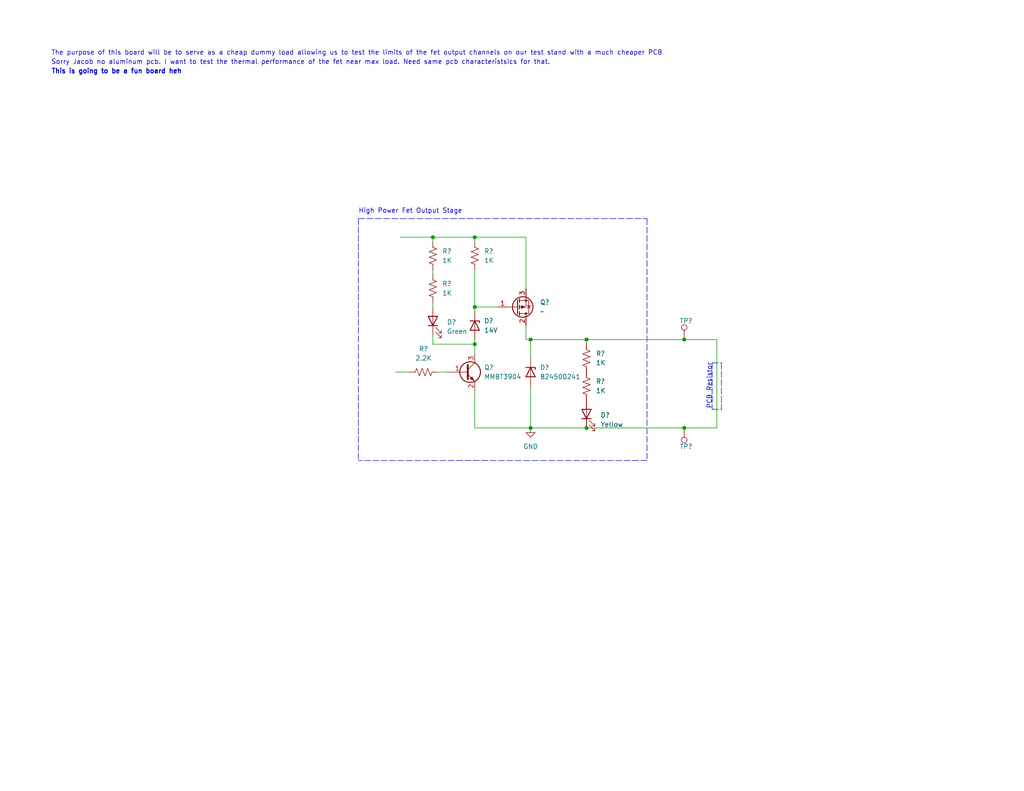
<source format=kicad_sch>
(kicad_sch (version 20211123) (generator eeschema)
  (paper "USLetter")
  (title_block (title "Fet Stress Test") (date "2022-07-15") (rev "1.0") (company "Missouri S&T RDT") (comment 1 "Seth Sievers"))
  (lib_symbols
    (symbol "Connector:TestPoint" (pin_numbers hide) (pin_names (offset 0.762) hide)
      (property "Reference" "TP" (at 0 6.858 0))
      (property "Value" "TestPoint" (at 0 5.08 0))
      (symbol "TestPoint_0_1"
        (circle (center 0 3.302) (radius 0.762))
      )
      (symbol "TestPoint_1_1"
        (pin passive line (at 0 0 90) (length 2.54) (name "1") (number "1"))
      )
    )
    (symbol "Device:D_Zener" (pin_numbers hide) (pin_names (offset 1.016) hide)
      (property "Reference" "D" (at 0 2.54 0))
      (property "Value" "D_Zener" (at 0 -2.54 0))
      (symbol "D_Zener_0_1"
        (polyline (pts (xy 1.27 0) (xy -1.27 0)))
        (polyline (pts (xy -1.27 -1.27) (xy -1.27 1.27) (xy -0.762 1.27)) (stroke (width 0.254)))
        (polyline (pts (xy 1.27 -1.27) (xy 1.27 1.27) (xy -1.27 0) (xy 1.27 -1.27)) (stroke (width 0.254)))
      )
      (symbol "D_Zener_1_1"
        (pin passive line (at -3.81 0 0) (length 2.54) (name "K") (number "1"))
        (pin passive line (at 3.81 0 180) (length 2.54) (name "A") (number "2"))
      )
    )
    (symbol "Device:LED" (pin_numbers hide) (pin_names (offset 1.016) hide)
      (property "Reference" "D" (at 0 2.54 0))
      (property "Value" "LED" (at 0 -2.54 0))
      (symbol "LED_0_1"
        (polyline (pts (xy -1.27 -1.27) (xy -1.27 1.27)) (stroke (width 0.254)))
        (polyline (pts (xy -1.27 0) (xy 1.27 0)))
        (polyline (pts (xy 1.27 -1.27) (xy 1.27 1.27) (xy -1.27 0) (xy 1.27 -1.27)) (stroke (width 0.254)))
        (polyline (pts (xy -3.048 -0.762) (xy -4.572 -2.286) (xy -3.81 -2.286) (xy -4.572 -2.286) (xy -4.572 -1.524)))
        (polyline (pts (xy -1.778 -0.762) (xy -3.302 -2.286) (xy -2.54 -2.286) (xy -3.302 -2.286) (xy -3.302 -1.524)))
      )
      (symbol "LED_1_1"
        (pin passive line (at -3.81 0 0) (length 2.54) (name "K") (number "1"))
        (pin passive line (at 3.81 0 180) (length 2.54) (name "A") (number "2"))
      )
    )
    (symbol "Device:R_US" (pin_numbers hide) (pin_names (offset 0))
      (property "Reference" "R" (at 2.54 0 90))
      (property "Value" "R_US" (at -2.54 0 90))
      (symbol "R_US_0_1"
        (polyline (pts (xy 0 -2.286) (xy 0 -2.54)))
        (polyline (pts (xy 0 2.286) (xy 0 2.54)))
        (polyline (pts (xy 0 -0.762) (xy 1.016 -1.143) (xy 0 -1.524) (xy -1.016 -1.905) (xy 0 -2.286)))
        (polyline (pts (xy 0 0.762) (xy 1.016 0.381) (xy 0 0) (xy -1.016 -0.381) (xy 0 -0.762)))
        (polyline (pts (xy 0 2.286) (xy 1.016 1.905) (xy 0 1.524) (xy -1.016 1.143) (xy 0 0.762)))
      )
      (symbol "R_US_1_1"
        (pin passive line (at 0 3.81 270) (length 1.27) (name "~") (number "1"))
        (pin passive line (at 0 -3.81 90) (length 1.27) (name "~") (number "2"))
      )
    )
    (symbol "Transistor_BJT:MMBT3904" (pin_names (offset 0) hide)
      (property "Reference" "Q" (at 5.08 1.905 0))
      (property "Value" "MMBT3904" (at 5.08 0 0))
      (symbol "MMBT3904_0_1"
        (polyline (pts (xy 0.635 0.635) (xy 2.54 2.54)))
        (polyline (pts (xy 0.635 -0.635) (xy 2.54 -2.54) (xy 2.54 -2.54)))
        (polyline (pts (xy 0.635 1.905) (xy 0.635 -1.905) (xy 0.635 -1.905)) (stroke (width 0.508)))
        (polyline (pts (xy 1.27 -1.778) (xy 1.778 -1.27) (xy 2.286 -2.286) (xy 1.27 -1.778) (xy 1.27 -1.778)) (fill (type outline)))
        (circle (center 1.27 0) (radius 2.8194) (stroke (width 0.254)))
      )
      (symbol "MMBT3904_1_1"
        (pin input line (at -5.08 0 0) (length 5.715) (name "B") (number "1"))
        (pin passive line (at 2.54 -5.08 90) (length 2.54) (name "E") (number "2"))
        (pin passive line (at 2.54 5.08 270) (length 2.54) (name "C") (number "3"))
      )
    )
    (symbol "Transistor_FET:IRF9540N" (pin_names hide)
      (property "Reference" "Q" (at 5.08 1.905 0))
      (property "Value" "IRF9540N" (at 5.08 0 0))
      (symbol "IRF9540N_0_1"
        (polyline (pts (xy 0.254 0) (xy -2.54 0)))
        (polyline (pts (xy 0.254 1.905) (xy 0.254 -1.905)) (stroke (width 0.254)))
        (polyline (pts (xy 0.762 -1.27) (xy 0.762 -2.286)) (stroke (width 0.254)))
        (polyline (pts (xy 0.762 0.508) (xy 0.762 -0.508)) (stroke (width 0.254)))
        (polyline (pts (xy 0.762 2.286) (xy 0.762 1.27)) (stroke (width 0.254)))
        (polyline (pts (xy 2.54 2.54) (xy 2.54 1.778)))
        (polyline (pts (xy 2.54 -2.54) (xy 2.54 0) (xy 0.762 0)))
        (polyline (pts (xy 0.762 1.778) (xy 3.302 1.778) (xy 3.302 -1.778) (xy 0.762 -1.778)))
        (polyline (pts (xy 2.286 0) (xy 1.27 0.381) (xy 1.27 -0.381) (xy 2.286 0)) (fill (type outline)))
        (polyline (pts (xy 2.794 -0.508) (xy 2.921 -0.381) (xy 3.683 -0.381) (xy 3.81 -0.254)))
        (polyline (pts (xy 3.302 -0.381) (xy 2.921 0.254) (xy 3.683 0.254) (xy 3.302 -0.381)))
        (circle (center 1.651 0) (radius 2.794) (stroke (width 0.254)))
        (circle (center 2.54 -1.778) (radius 0.254) (fill (type outline)))
        (circle (center 2.54 1.778) (radius 0.254) (fill (type outline)))
      )
      (symbol "IRF9540N_1_1"
        (pin input line (at -5.08 0 0) (length 2.54) (name "G") (number "1"))
        (pin passive line (at 2.54 5.08 270) (length 2.54) (name "D") (number "2"))
        (pin passive line (at 2.54 -5.08 90) (length 2.54) (name "S") (number "3"))
      )
    )
    (symbol "power:GND" (power) (pin_names (offset 0))
      (property "Value" "GND" (at 0 -3.81 0))
      (symbol "GND_0_1"
        (polyline (pts (xy 0 0) (xy 0 -1.27) (xy 1.27 -1.27) (xy 0 -2.54) (xy -1.27 -1.27) (xy 0 -1.27)))
      )
      (symbol "GND_1_1"
        (pin power_in line (at 0 0 270) (length 0) hide (name "GND") (number "1"))
      )
    )
  )
  (junction (at 144.78 92.71))
  (junction (at 129.54 64.77))
  (junction (at 129.54 93.98))
  (junction (at 186.69 116.84))
  (junction (at 118.11 64.77))
  (junction (at 160.02 116.84))
  (junction (at 186.69 92.71))
  (junction (at 160.02 92.71))
  (junction (at 129.54 83.82))
  (junction (at 144.78 116.84))
  (wire (pts (xy 143.51 64.77) (xy 143.51 78.74)))
  (wire (pts (xy 160.02 92.71) (xy 186.69 92.71)))
  (polyline (pts (xy 194.31 99.06) (xy 194.31 110.49)))
  (wire (pts (xy 119.38 101.6) (xy 121.92 101.6)))
  (wire (pts (xy 144.78 92.71) (xy 160.02 92.71)))
  (polyline (pts (xy 196.85 99.06) (xy 196.85 110.49)))
  (wire (pts (xy 129.54 73.66) (xy 129.54 83.82)))
  (polyline (pts (xy 176.53 125.73) (xy 97.79 125.73)))
  (wire (pts (xy 143.51 88.9) (xy 143.51 92.71)))
  (wire (pts (xy 144.78 92.71) (xy 144.78 97.79)))
  (polyline (pts (xy 194.31 99.06) (xy 196.85 99.06)))
  (wire (pts (xy 118.11 93.98) (xy 129.54 93.98)))
  (wire (pts (xy 129.54 66.04) (xy 129.54 64.77)))
  (wire (pts (xy 129.54 93.98) (xy 129.54 92.71)))
  (wire (pts (xy 135.89 83.82) (xy 129.54 83.82)))
  (polyline (pts (xy 196.85 111.76) (xy 196.85 110.49)))
  (wire (pts (xy 129.54 93.98) (xy 129.54 96.52)))
  (polyline (pts (xy 176.53 59.69) (xy 176.53 125.73)))
  (wire (pts (xy 143.51 92.71) (xy 144.78 92.71)))
  (wire (pts (xy 118.11 91.44) (xy 118.11 93.98)))
  (wire (pts (xy 129.54 83.82) (xy 129.54 85.09)))
  (wire (pts (xy 160.02 116.84) (xy 144.78 116.84)))
  (wire (pts (xy 195.58 92.71) (xy 195.58 116.84)))
  (wire (pts (xy 129.54 64.77) (xy 143.51 64.77)))
  (wire (pts (xy 144.78 116.84) (xy 129.54 116.84)))
  (wire (pts (xy 109.22 64.77) (xy 118.11 64.77)))
  (polyline (pts (xy 194.31 111.76) (xy 196.85 111.76)))
  (wire (pts (xy 160.02 92.71) (xy 160.02 93.98)))
  (wire (pts (xy 195.58 116.84) (xy 186.69 116.84)))
  (polyline (pts (xy 97.79 59.69) (xy 97.79 125.73)))
  (wire (pts (xy 144.78 105.41) (xy 144.78 116.84)))
  (wire (pts (xy 118.11 64.77) (xy 118.11 66.04)))
  (wire (pts (xy 186.69 92.71) (xy 195.58 92.71)))
  (wire (pts (xy 118.11 73.66) (xy 118.11 74.93)))
  (wire (pts (xy 118.11 64.77) (xy 129.54 64.77)))
  (polyline (pts (xy 194.31 110.49) (xy 194.31 111.76)))
  (wire (pts (xy 118.11 82.55) (xy 118.11 83.82)))
  (wire (pts (xy 129.54 106.68) (xy 129.54 116.84)))
  (wire (pts (xy 186.69 116.84) (xy 160.02 116.84)))
  (polyline (pts (xy 97.79 59.69) (xy 176.53 59.69)))
  (wire (pts (xy 107.95 101.6) (xy 111.76 101.6)))
  (text "PCB Resistor\n" (at 194.31 111.76 90) (effects (font (size 1.27 1.27)) (justify left bottom)))
  (text "High Power Fet Output Stage\n" (at 97.79 58.42 0) (effects (font (size 1.27 1.27)) (justify left bottom)))
  (text "The purpose of this board will be to serve as a cheap dummy load allowing us to test the limits of the fet output channels on our test stand with a much cheaper PCB" (at 13.97 15.24 0) (effects (font (size 1.27 1.27)) (justify left bottom)))
  (text "This is going to be a fun board heh" (at 13.97 20.32 0) (effects (font (size 1.27 1.27) (thickness 0.254) bold) (justify left bottom)))
  (text "Sorry Jacob no aluminum pcb. I want to test the thermal performance of the fet near max load. Need same pcb characteristsics for that.\n" (at 13.97 17.78 0) (effects (font (size 1.27 1.27)) (justify left bottom)))
  (symbol (lib_id "Device:R_US") (at 118.11 78.74 0) (unit 1)
    (property "Reference" "R?" (at 120.65 77.4699 0) (effects (justify left)))
    (property "Value" "1K" (at 120.65 80.0099 0) (effects (justify left)))
    (property "Footprint" "Resistor_SMD:R_0603_1608Metric_Pad0.98x0.95mm_HandSolder" (effects hide))
  )
  (symbol (lib_id "Device:D_Zener") (at 144.78 101.6 270) (unit 1)
    (property "Reference" "D?" (at 147.32 100.3299 90) (effects (justify left)))
    (property "Value" "824500241" (at 147.32 102.8699 90) (effects (justify left)))
    (property "Footprint" "Diode_SMD:D_SMA" (effects hide))
    (property "Datasheet" "https://www.we-online.com/katalog/datasheet/824500241.pdf" (effects hide))
    (property "Seller" "https://www.digikey.com/en/products/detail/w%C3%BCrth-elektronik/824500241/5870797" (effects hide))
  )
  (symbol (lib_id "Transistor_BJT:MMBT3904") (at 127 101.6 0) (unit 1)
    (property "Reference" "Q?" (at 132.08 100.3299 0) (effects (justify left)))
    (property "Value" "MMBT3904" (at 132.08 102.8699 0) (effects (justify left)))
    (property "Footprint" "Package_TO_SOT_SMD:SOT-23" (effects hide))
    (property "Datasheet" "https://www.diodes.com/assets/Datasheets/ds30036.pdf" (effects hide))
    (property "Seller" "https://www.digikey.com/en/products/detail/diodes-incorporated/MMBT3904-7-F/814494" (effects hide))
  )
  (symbol (lib_id "Transistor_FET:IRF9540N") (at 140.97 83.82 0) (mirror x) (unit 1)
    (property "Reference" "Q?" (at 147.32 82.5499 0) (effects (justify left)))
    (property "Value" "~" (at 147.32 85.0899 0) (effects (justify left)))
    (property "Datasheet" "https://www.infineon.com/dgdl/irf9z24npbf.pdf?fileId=5546d462533600a40153561218961ddb" (effects hide))
    (property "Seller" "https://www.digikey.com/en/products/detail/infineon-technologies/IRF9Z24NPBF/811747" (effects hide))
  )
  (symbol (lib_id "Device:R_US") (at 160.02 97.79 0) (unit 1)
    (property "Reference" "R?" (at 162.56 96.5199 0) (effects (justify left)))
    (property "Value" "1K" (at 162.56 99.0599 0) (effects (justify left)))
    (property "Footprint" "Resistor_SMD:R_0603_1608Metric_Pad0.98x0.95mm_HandSolder" (effects hide))
  )
  (symbol (lib_id "Device:R_US") (at 160.02 105.41 0) (unit 1)
    (property "Reference" "R?" (at 162.56 104.1399 0) (effects (justify left)))
    (property "Value" "1K" (at 162.56 106.6799 0) (effects (justify left)))
    (property "Footprint" "Resistor_SMD:R_0603_1608Metric_Pad0.98x0.95mm_HandSolder" (effects hide))
  )
  (symbol (lib_id "Connector:TestPoint") (at 186.69 116.84 180) (unit 1)
    (property "Reference" "TP?" (at 185.42 121.92 0) (effects (justify right)))
    (property "Value" "TestPoint" (effects hide))
    (property "Footprint" "TestPoint:TestPoint_THTPad_D1.5mm_Drill0.7mm" (effects hide))
  )
  (symbol (lib_id "Device:R_US") (at 129.54 69.85 0) (unit 1)
    (property "Reference" "R?" (at 132.08 68.5799 0) (effects (justify left)))
    (property "Value" "1K" (at 132.08 71.1199 0) (effects (justify left)))
    (property "Footprint" "Resistor_SMD:R_0603_1608Metric_Pad0.98x0.95mm_HandSolder" (effects hide))
  )
  (symbol (lib_id "Connector:TestPoint") (at 186.69 92.71 0) (unit 1)
    (property "Reference" "TP?" (at 185.42 87.63 0) (effects (justify left)))
    (property "Value" "TestPoint" (effects hide))
    (property "Footprint" "TestPoint:TestPoint_THTPad_D1.5mm_Drill0.7mm" (effects hide))
  )
  (symbol (lib_id "Device:LED") (at 118.11 87.63 90) (unit 1)
    (property "Reference" "D?" (at 121.92 87.9474 90) (effects (justify right)))
    (property "Value" "Green" (at 121.92 90.4874 90) (effects (justify right)))
    (property "Footprint" "LED_THT:LED_D5.0mm" (effects hide))
  )
  (symbol (lib_id "power:GND") (at 144.78 116.84 0) (unit 1)
    (property "Reference" "#PWR?" (effects hide))
    (property "Value" "~" (at 144.78 121.92 0))
  )
  (symbol (lib_id "Device:R_US") (at 118.11 69.85 0) (unit 1)
    (property "Reference" "R?" (at 120.65 68.5799 0) (effects (justify left)))
    (property "Value" "1K" (at 120.65 71.1199 0) (effects (justify left)))
    (property "Footprint" "Resistor_SMD:R_0603_1608Metric_Pad0.98x0.95mm_HandSolder" (effects hide))
  )
  (symbol (lib_id "Device:R_US") (at 115.57 101.6 270) (unit 1)
    (property "Reference" "R?" (at 115.57 95.25 90))
    (property "Value" "2.2K" (at 115.57 97.79 90))
    (property "Footprint" "Resistor_SMD:R_0603_1608Metric_Pad0.98x0.95mm_HandSolder" (effects hide))
  )
  (symbol (lib_id "Device:D_Zener") (at 129.54 88.9 270) (unit 1)
    (property "Reference" "D?" (at 132.08 87.6299 90) (effects (justify left)))
    (property "Value" "14V" (at 132.08 90.1699 90) (effects (justify left)))
    (property "Footprint" "Diode_SMD:D_SOD-123" (effects hide))
    (property "Datasheet" "https://www.panjit.com.tw/upload/datasheet/BZT52-C2V4_SERIES.pdf" (effects hide))
    (property "Seller" "https://www.digikey.com/en/products/detail/panjit-international-inc/BZT52-C14-R1-00001/15800759" (effects hide))
  )
  (symbol (lib_id "Device:LED") (at 160.02 113.03 90) (unit 1)
    (property "Reference" "D?" (at 163.83 113.3474 90) (effects (justify right)))
    (property "Value" "Yellow" (at 163.83 115.8874 90) (effects (justify right)))
    (property "Footprint" "LED_THT:LED_D5.0mm" (effects hide))
  )
)
</source>
